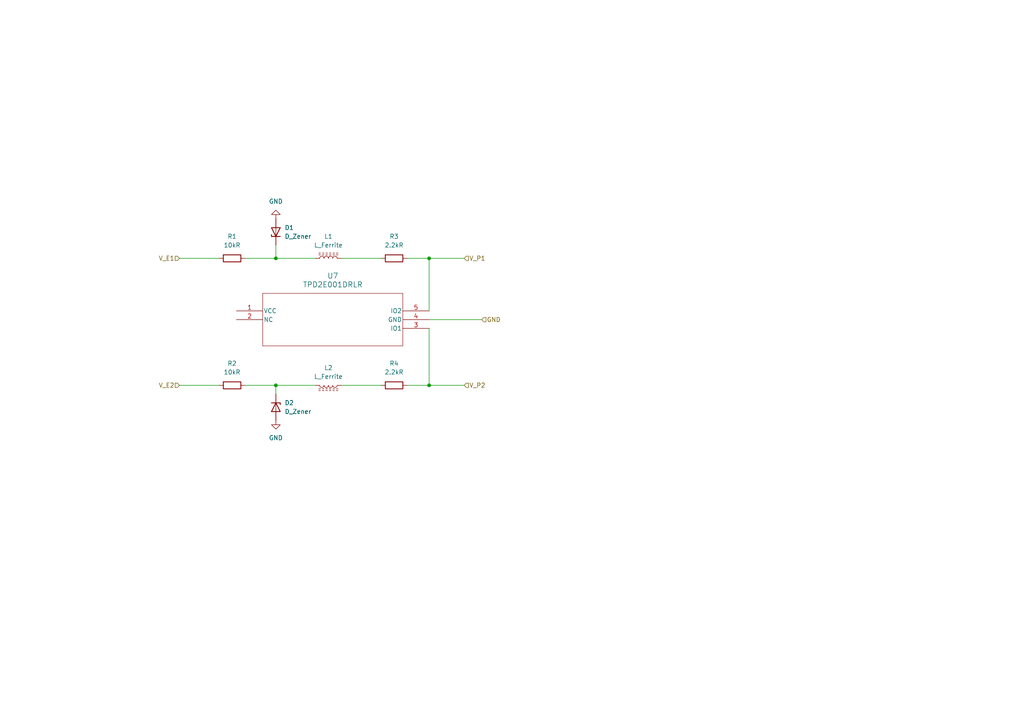
<source format=kicad_sch>
(kicad_sch (version 20231120) (generator "eeschema") (generator_version "8.0")
  (paper "A4")
  (lib_symbols
    (symbol "Device:D_Zener" (pin_numbers hide) (pin_names (offset 1.016) hide)
      (property "Reference" "D" (at 0 2.54 0))
      (property "Value" "D_Zener" (at 0 -2.54 0))
      (symbol "D_Zener_0_1"
        (polyline (pts (xy 1.27 0) (xy -1.27 0)))
        (polyline (pts (xy -1.27 -1.27) (xy -1.27 1.27) (xy -0.762 1.27)) (stroke (width 0.254)))
        (polyline (pts (xy 1.27 -1.27) (xy 1.27 1.27) (xy -1.27 0) (xy 1.27 -1.27)) (stroke (width 0.254)))
      )
      (symbol "D_Zener_1_1"
        (pin passive line (at -3.81 0 0) (length 2.54) (name "K") (number "1"))
        (pin passive line (at 3.81 0 180) (length 2.54) (name "A") (number "2"))
      )
    )
    (symbol "Device:L_Ferrite" (pin_numbers hide) (pin_names (offset 1.016) hide)
      (property "Reference" "L" (at -1.27 0 90))
      (property "Value" "L_Ferrite" (at 2.794 0 90))
      (symbol "L_Ferrite_0_1"
        (arc (start 0 -2.54) (mid 0.6323 -1.905) (end 0 -1.27))
        (arc (start 0 -1.27) (mid 0.6323 -0.635) (end 0 0))
        (polyline (pts (xy 1.016 -2.794) (xy 1.016 -2.286)))
        (polyline (pts (xy 1.016 -1.778) (xy 1.016 -1.27)))
        (polyline (pts (xy 1.016 -0.762) (xy 1.016 -0.254)))
        (polyline (pts (xy 1.016 0.254) (xy 1.016 0.762)))
        (polyline (pts (xy 1.016 1.27) (xy 1.016 1.778)))
        (polyline (pts (xy 1.016 2.286) (xy 1.016 2.794)))
        (polyline (pts (xy 1.524 -2.286) (xy 1.524 -2.794)))
        (polyline (pts (xy 1.524 -1.27) (xy 1.524 -1.778)))
        (polyline (pts (xy 1.524 -0.254) (xy 1.524 -0.762)))
        (polyline (pts (xy 1.524 0.762) (xy 1.524 0.254)))
        (polyline (pts (xy 1.524 1.778) (xy 1.524 1.27)))
        (polyline (pts (xy 1.524 2.794) (xy 1.524 2.286)))
        (arc (start 0 0) (mid 0.6323 0.635) (end 0 1.27))
        (arc (start 0 1.27) (mid 0.6323 1.905) (end 0 2.54))
      )
      (symbol "L_Ferrite_1_1"
        (pin passive line (at 0 3.81 270) (length 1.27) (name "1") (number "1"))
        (pin passive line (at 0 -3.81 90) (length 1.27) (name "2") (number "2"))
      )
    )
    (symbol "Device:R" (pin_numbers hide) (pin_names (offset 0))
      (property "Reference" "R" (at 2.032 0 90))
      (property "Value" "R" (at 0 0 90))
      (symbol "R_0_1"
        (rectangle (start -1.016 -2.54) (end 1.016 2.54) (stroke (width 0.254)))
      )
      (symbol "R_1_1"
        (pin passive line (at 0 3.81 270) (length 1.27) (name "~") (number "1"))
        (pin passive line (at 0 -3.81 90) (length 1.27) (name "~") (number "2"))
      )
    )
    (symbol "TPD2E001:TPD2E001DRLR" (pin_names (offset 0.254))
      (property "Reference" "U" (at 27.94 10.16 0))
      (property "Value" "TPD2E001DRLR" (at 27.94 7.62 0))
      (symbol "TPD2E001DRLR_0_1"
        (polyline (pts (xy 7.62 -10.16) (xy 48.26 -10.16)) (stroke (width 0.127)))
        (polyline (pts (xy 7.62 5.08) (xy 7.62 -10.16)) (stroke (width 0.127)))
        (polyline (pts (xy 48.26 -10.16) (xy 48.26 5.08)) (stroke (width 0.127)))
        (polyline (pts (xy 48.26 5.08) (xy 7.62 5.08)) (stroke (width 0.127)))
        (pin power_in line (at 0 0 0) (length 7.62) (name "VCC") (number "1"))
        (pin unspecified line (at 0 -2.54 0) (length 7.62) (name "NC") (number "2"))
        (pin bidirectional line (at 55.88 -5.08 180) (length 7.62) (name "IO1") (number "3"))
        (pin power_in line (at 55.88 -2.54 180) (length 7.62) (name "GND") (number "4"))
        (pin bidirectional line (at 55.88 0 180) (length 7.62) (name "IO2") (number "5"))
      )
    )
    (symbol "power:GND" (power) (pin_numbers hide) (pin_names (offset 0) hide)
      (property "Value" "GND" (at 0 -3.81 0))
      (symbol "GND_0_1"
        (polyline (pts (xy 0 0) (xy 0 -1.27) (xy 1.27 -1.27) (xy 0 -2.54) (xy -1.27 -1.27) (xy 0 -1.27)))
      )
      (symbol "GND_1_1"
        (pin power_in line (at 0 0 270) (length 0) (name "~") (number "1"))
      )
    )
  )
  (junction (at 124.46 111.76))
  (junction (at 80.01 111.76))
  (junction (at 124.46 74.93))
  (junction (at 80.01 74.93))
  (wire (pts (xy 124.46 74.93) (xy 124.46 90.17)))
  (wire (pts (xy 80.01 111.76) (xy 80.01 114.3)))
  (wire (pts (xy 80.01 74.93) (xy 91.44 74.93)))
  (wire (pts (xy 124.46 111.76) (xy 134.62 111.76)))
  (wire (pts (xy 52.07 74.93) (xy 63.5 74.93)))
  (wire (pts (xy 52.07 111.76) (xy 63.5 111.76)))
  (wire (pts (xy 124.46 95.25) (xy 124.46 111.76)))
  (wire (pts (xy 99.06 74.93) (xy 110.49 74.93)))
  (wire (pts (xy 80.01 71.12) (xy 80.01 74.93)))
  (wire (pts (xy 71.12 74.93) (xy 80.01 74.93)))
  (wire (pts (xy 124.46 74.93) (xy 134.62 74.93)))
  (wire (pts (xy 99.06 111.76) (xy 110.49 111.76)))
  (wire (pts (xy 118.11 74.93) (xy 124.46 74.93)))
  (wire (pts (xy 80.01 111.76) (xy 91.44 111.76)))
  (wire (pts (xy 139.7 92.71) (xy 124.46 92.71)))
  (wire (pts (xy 118.11 111.76) (xy 124.46 111.76)))
  (wire (pts (xy 71.12 111.76) (xy 80.01 111.76)))
  (hierarchical_label "V_P1" (shape input) (at 134.62 74.93 0))
  (hierarchical_label "GND" (shape input) (at 139.7 92.71 0))
  (hierarchical_label "V_E2" (shape input) (at 52.07 111.76 180))
  (hierarchical_label "V_P2" (shape input) (at 134.62 111.76 0))
  (hierarchical_label "V_E1" (shape input) (at 52.07 74.93 180))
  (symbol (lib_id "Device:D_Zener") (at 80.01 67.31 90) (unit 1)
    (property "Reference" "D1" (at 82.55 66.0399 90) (effects (justify right)))
    (property "Value" "D_Zener" (at 82.55 68.5799 90) (effects (justify right)))
    (property "Description" "Zener diode" (effects (hide yes)))
  )
  (symbol (lib_id "Device:R") (at 114.3 111.76 90) (unit 1)
    (property "Reference" "R4" (at 114.3 105.41 90))
    (property "Value" "2.2kR" (at 114.3 107.95 90))
    (property "Description" "Resistor" (effects (hide yes)))
  )
  (symbol (lib_id "power:GND") (at 80.01 121.92 0) (unit 1)
    (property "Reference" "#PWR010" (effects (hide yes)))
    (property "Value" "GND" (at 80.01 127 0))
    (property "Description" "Power symbol creates a global label with name \"GND\" , ground" (effects (hide yes)))
  )
  (symbol (lib_id "power:GND") (at 80.01 63.5 180) (unit 1)
    (property "Reference" "#PWR05" (effects (hide yes)))
    (property "Value" "GND" (at 80.01 58.42 0))
    (property "Description" "Power symbol creates a global label with name \"GND\" , ground" (effects (hide yes)))
  )
  (symbol (lib_id "Device:R") (at 114.3 74.93 90) (unit 1)
    (property "Reference" "R3" (at 114.3 68.58 90))
    (property "Value" "2.2kR" (at 114.3 71.12 90))
    (property "Description" "Resistor" (effects (hide yes)))
  )
  (symbol (lib_id "Device:D_Zener") (at 80.01 118.11 270) (unit 1)
    (property "Reference" "D2" (at 82.55 116.8399 90) (effects (justify left)))
    (property "Value" "D_Zener" (at 82.55 119.3799 90) (effects (justify left)))
    (property "Description" "Zener diode" (effects (hide yes)))
  )
  (symbol (lib_id "TPD2E001:TPD2E001DRLR") (at 68.58 90.17 0) (unit 1)
    (property "Reference" "U7" (at 96.52 80.01 0) (effects (font (size 1.524 1.524))))
    (property "Value" "TPD2E001DRLR" (at 96.52 82.55 0) (effects (font (size 1.524 1.524))))
    (property "Footprint" "DRL5" (effects (hide yes)))
    (property "Datasheet" "TPD2E001DRLR" (effects (hide yes)))
  )
  (symbol (lib_id "Device:L_Ferrite") (at 95.25 111.76 270) (unit 1)
    (property "Reference" "L2" (at 95.25 106.68 90))
    (property "Value" "L_Ferrite" (at 95.25 109.22 90))
    (property "Description" "Inductor with ferrite core" (effects (hide yes)))
  )
  (symbol (lib_id "Device:R") (at 67.31 111.76 90) (unit 1)
    (property "Reference" "R2" (at 67.31 105.41 90))
    (property "Value" "10kR" (at 67.31 107.95 90))
    (property "Description" "Resistor" (effects (hide yes)))
  )
  (symbol (lib_id "Device:L_Ferrite") (at 95.25 74.93 90) (unit 1)
    (property "Reference" "L1" (at 95.25 68.58 90))
    (property "Value" "L_Ferrite" (at 95.25 71.12 90))
    (property "Description" "Inductor with ferrite core" (effects (hide yes)))
  )
  (symbol (lib_id "Device:R") (at 67.31 74.93 90) (unit 1)
    (property "Reference" "R1" (at 67.31 68.58 90))
    (property "Value" "10kR" (at 67.31 71.12 90))
    (property "Description" "Resistor" (effects (hide yes)))
  )
)
</source>
